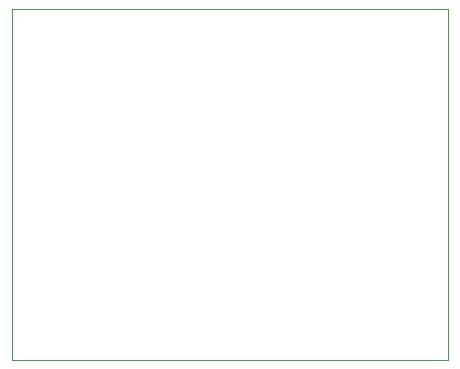
<source format=gm1>
G04 #@! TF.GenerationSoftware,KiCad,Pcbnew,7.0.10-7.0.10~ubuntu23.10.1*
G04 #@! TF.CreationDate,2024-03-29T23:33:32+01:00*
G04 #@! TF.ProjectId,ledBoard,6c656442-6f61-4726-942e-6b696361645f,rev?*
G04 #@! TF.SameCoordinates,Original*
G04 #@! TF.FileFunction,Profile,NP*
%FSLAX46Y46*%
G04 Gerber Fmt 4.6, Leading zero omitted, Abs format (unit mm)*
G04 Created by KiCad (PCBNEW 7.0.10-7.0.10~ubuntu23.10.1) date 2024-03-29 23:33:32*
%MOMM*%
%LPD*%
G01*
G04 APERTURE LIST*
G04 #@! TA.AperFunction,Profile*
%ADD10C,0.100000*%
G04 #@! TD*
G04 APERTURE END LIST*
D10*
X198603000Y-67945000D02*
X235585000Y-67945000D01*
X235585000Y-97625000D01*
X198603000Y-97625000D01*
X198603000Y-67945000D01*
M02*

</source>
